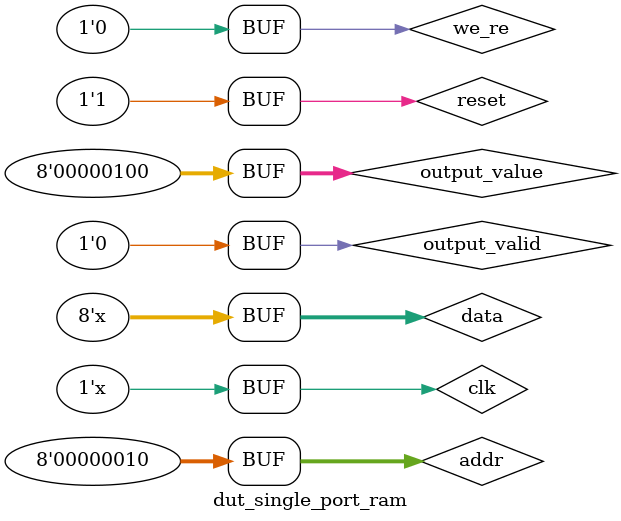
<source format=v>

module single_port_ram
( data,
 addr,
 we_re,  //we_re high for writing low for reading
 clk,
 reset
);
parameter data_width = 8 , addr_width =8; // parameterising so that we can use it further with other values
 
//************definind the buses***********//
inout [data_width-1:0]data;
input [addr_width-1:0]addr;
//****************************************//

//*********** input port*********//
input clk ,we_re,reset;
//******************************//

//**********creating memory*************//
reg [data_width-1:0]mem[0:addr_width-1];
//*************************************//

//***************buffer for output data**********//
reg [data_width -1 :0] outdata;
//**********************************************//

assign data = (!we_re)?outdata:8'hZZ; // since inout cannot be a reg type therefore need outdata as intermediate

integer i;

always @(posedge clk)
begin
if(!reset)
for (i=0; i<8; i=i+1)
   mem[i] <= 8'b0; // putting zero in every memory place

//****************write conditon***************//
else if(we_re)
   begin
      mem[addr] <= data ;
   end
//*****************************************//

//*************read operation*************//
else
   begin
      outdata <= mem[addr] ;
	  
   end
//******************************************//
end


endmodule


//*********************************Test Bench**************************************//
module dut_single_port_ram;

reg clk,we_re,reset,output_valid;//output valid is high if the data is read ***///
wire [7:0] data;
reg [7:0] output_value,addr;

single_port_ram a1(data,addr,we_re,clk,reset);

assign data = (output_valid ) ? output_value: 8'hZZ;

initial
begin
clk=0;
reset =0;
#10 reset =1;
#5 we_re =1;

output_valid =1;
output_value = 8'b00000100; //[using data it as input]this gives value to data signal
addr = 8'b0000010;

#4 we_re = 0;
output_valid =0 ; // now using data it as output 

addr =  8'b0000010;


end
always #4 clk =~clk;

endmodule
</source>
